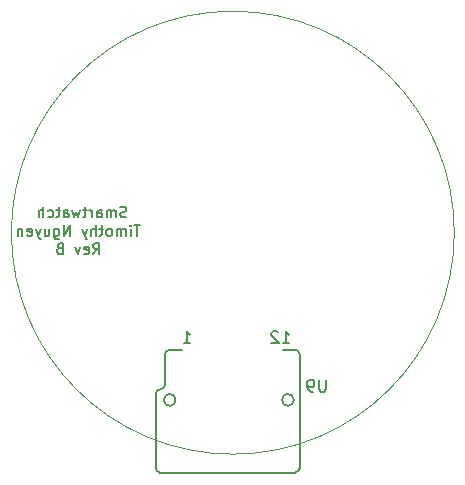
<source format=gbo>
G04 #@! TF.GenerationSoftware,KiCad,Pcbnew,(5.1.10)-1*
G04 #@! TF.CreationDate,2021-07-30T17:06:45-07:00*
G04 #@! TF.ProjectId,esp32-smartwatch,65737033-322d-4736-9d61-727477617463,rev?*
G04 #@! TF.SameCoordinates,PX8f56560PY66b5f20*
G04 #@! TF.FileFunction,Legend,Bot*
G04 #@! TF.FilePolarity,Positive*
%FSLAX46Y46*%
G04 Gerber Fmt 4.6, Leading zero omitted, Abs format (unit mm)*
G04 Created by KiCad (PCBNEW (5.1.10)-1) date 2021-07-30 17:06:45*
%MOMM*%
%LPD*%
G01*
G04 APERTURE LIST*
%ADD10C,0.200000*%
G04 #@! TA.AperFunction,Profile*
%ADD11C,0.050000*%
G04 #@! TD*
%ADD12C,0.150000*%
%ADD13O,1.300000X2.000000*%
%ADD14C,1.550000*%
%ADD15C,0.900000*%
G04 APERTURE END LIST*
D10*
X9771428Y20135715D02*
X9642857Y20092858D01*
X9428571Y20092858D01*
X9342857Y20135715D01*
X9300000Y20178572D01*
X9257142Y20264286D01*
X9257142Y20350000D01*
X9300000Y20435715D01*
X9342857Y20478572D01*
X9428571Y20521429D01*
X9600000Y20564286D01*
X9685714Y20607143D01*
X9728571Y20650000D01*
X9771428Y20735715D01*
X9771428Y20821429D01*
X9728571Y20907143D01*
X9685714Y20950000D01*
X9600000Y20992858D01*
X9385714Y20992858D01*
X9257142Y20950000D01*
X8871428Y20092858D02*
X8871428Y20692858D01*
X8871428Y20607143D02*
X8828571Y20650000D01*
X8742857Y20692858D01*
X8614285Y20692858D01*
X8528571Y20650000D01*
X8485714Y20564286D01*
X8485714Y20092858D01*
X8485714Y20564286D02*
X8442857Y20650000D01*
X8357142Y20692858D01*
X8228571Y20692858D01*
X8142857Y20650000D01*
X8100000Y20564286D01*
X8100000Y20092858D01*
X7285714Y20092858D02*
X7285714Y20564286D01*
X7328571Y20650000D01*
X7414285Y20692858D01*
X7585714Y20692858D01*
X7671428Y20650000D01*
X7285714Y20135715D02*
X7371428Y20092858D01*
X7585714Y20092858D01*
X7671428Y20135715D01*
X7714285Y20221429D01*
X7714285Y20307143D01*
X7671428Y20392858D01*
X7585714Y20435715D01*
X7371428Y20435715D01*
X7285714Y20478572D01*
X6857142Y20092858D02*
X6857142Y20692858D01*
X6857142Y20521429D02*
X6814285Y20607143D01*
X6771428Y20650000D01*
X6685714Y20692858D01*
X6600000Y20692858D01*
X6428571Y20692858D02*
X6085714Y20692858D01*
X6300000Y20992858D02*
X6300000Y20221429D01*
X6257142Y20135715D01*
X6171428Y20092858D01*
X6085714Y20092858D01*
X5871428Y20692858D02*
X5700000Y20092858D01*
X5528571Y20521429D01*
X5357142Y20092858D01*
X5185714Y20692858D01*
X4457142Y20092858D02*
X4457142Y20564286D01*
X4500000Y20650000D01*
X4585714Y20692858D01*
X4757142Y20692858D01*
X4842857Y20650000D01*
X4457142Y20135715D02*
X4542857Y20092858D01*
X4757142Y20092858D01*
X4842857Y20135715D01*
X4885714Y20221429D01*
X4885714Y20307143D01*
X4842857Y20392858D01*
X4757142Y20435715D01*
X4542857Y20435715D01*
X4457142Y20478572D01*
X4157142Y20692858D02*
X3814285Y20692858D01*
X4028571Y20992858D02*
X4028571Y20221429D01*
X3985714Y20135715D01*
X3900000Y20092858D01*
X3814285Y20092858D01*
X3128571Y20135715D02*
X3214285Y20092858D01*
X3385714Y20092858D01*
X3471428Y20135715D01*
X3514285Y20178572D01*
X3557142Y20264286D01*
X3557142Y20521429D01*
X3514285Y20607143D01*
X3471428Y20650000D01*
X3385714Y20692858D01*
X3214285Y20692858D01*
X3128571Y20650000D01*
X2742857Y20092858D02*
X2742857Y20992858D01*
X2357142Y20092858D02*
X2357142Y20564286D01*
X2400000Y20650000D01*
X2485714Y20692858D01*
X2614285Y20692858D01*
X2700000Y20650000D01*
X2742857Y20607143D01*
X10950000Y19442858D02*
X10435714Y19442858D01*
X10692857Y18542858D02*
X10692857Y19442858D01*
X10135714Y18542858D02*
X10135714Y19142858D01*
X10135714Y19442858D02*
X10178571Y19400000D01*
X10135714Y19357143D01*
X10092857Y19400000D01*
X10135714Y19442858D01*
X10135714Y19357143D01*
X9707142Y18542858D02*
X9707142Y19142858D01*
X9707142Y19057143D02*
X9664285Y19100000D01*
X9578571Y19142858D01*
X9450000Y19142858D01*
X9364285Y19100000D01*
X9321428Y19014286D01*
X9321428Y18542858D01*
X9321428Y19014286D02*
X9278571Y19100000D01*
X9192857Y19142858D01*
X9064285Y19142858D01*
X8978571Y19100000D01*
X8935714Y19014286D01*
X8935714Y18542858D01*
X8378571Y18542858D02*
X8464285Y18585715D01*
X8507142Y18628572D01*
X8550000Y18714286D01*
X8550000Y18971429D01*
X8507142Y19057143D01*
X8464285Y19100000D01*
X8378571Y19142858D01*
X8250000Y19142858D01*
X8164285Y19100000D01*
X8121428Y19057143D01*
X8078571Y18971429D01*
X8078571Y18714286D01*
X8121428Y18628572D01*
X8164285Y18585715D01*
X8250000Y18542858D01*
X8378571Y18542858D01*
X7821428Y19142858D02*
X7478571Y19142858D01*
X7692857Y19442858D02*
X7692857Y18671429D01*
X7650000Y18585715D01*
X7564285Y18542858D01*
X7478571Y18542858D01*
X7178571Y18542858D02*
X7178571Y19442858D01*
X6792857Y18542858D02*
X6792857Y19014286D01*
X6835714Y19100000D01*
X6921428Y19142858D01*
X7050000Y19142858D01*
X7135714Y19100000D01*
X7178571Y19057143D01*
X6450000Y19142858D02*
X6235714Y18542858D01*
X6021428Y19142858D02*
X6235714Y18542858D01*
X6321428Y18328572D01*
X6364285Y18285715D01*
X6450000Y18242858D01*
X4992857Y18542858D02*
X4992857Y19442858D01*
X4478571Y18542858D01*
X4478571Y19442858D01*
X3664285Y19142858D02*
X3664285Y18414286D01*
X3707142Y18328572D01*
X3750000Y18285715D01*
X3835714Y18242858D01*
X3964285Y18242858D01*
X4050000Y18285715D01*
X3664285Y18585715D02*
X3750000Y18542858D01*
X3921428Y18542858D01*
X4007142Y18585715D01*
X4050000Y18628572D01*
X4092857Y18714286D01*
X4092857Y18971429D01*
X4050000Y19057143D01*
X4007142Y19100000D01*
X3921428Y19142858D01*
X3750000Y19142858D01*
X3664285Y19100000D01*
X2850000Y19142858D02*
X2850000Y18542858D01*
X3235714Y19142858D02*
X3235714Y18671429D01*
X3192857Y18585715D01*
X3107142Y18542858D01*
X2978571Y18542858D01*
X2892857Y18585715D01*
X2850000Y18628572D01*
X2507142Y19142858D02*
X2292857Y18542858D01*
X2078571Y19142858D02*
X2292857Y18542858D01*
X2378571Y18328572D01*
X2421428Y18285715D01*
X2507142Y18242858D01*
X1392857Y18585715D02*
X1478571Y18542858D01*
X1650000Y18542858D01*
X1735714Y18585715D01*
X1778571Y18671429D01*
X1778571Y19014286D01*
X1735714Y19100000D01*
X1650000Y19142858D01*
X1478571Y19142858D01*
X1392857Y19100000D01*
X1350000Y19014286D01*
X1350000Y18928572D01*
X1778571Y18842858D01*
X964285Y19142858D02*
X964285Y18542858D01*
X964285Y19057143D02*
X921428Y19100000D01*
X835714Y19142858D01*
X707142Y19142858D01*
X621428Y19100000D01*
X578571Y19014286D01*
X578571Y18542858D01*
X6942857Y16992858D02*
X7242857Y17421429D01*
X7457142Y16992858D02*
X7457142Y17892858D01*
X7114285Y17892858D01*
X7028571Y17850000D01*
X6985714Y17807143D01*
X6942857Y17721429D01*
X6942857Y17592858D01*
X6985714Y17507143D01*
X7028571Y17464286D01*
X7114285Y17421429D01*
X7457142Y17421429D01*
X6214285Y17035715D02*
X6300000Y16992858D01*
X6471428Y16992858D01*
X6557142Y17035715D01*
X6600000Y17121429D01*
X6600000Y17464286D01*
X6557142Y17550000D01*
X6471428Y17592858D01*
X6300000Y17592858D01*
X6214285Y17550000D01*
X6171428Y17464286D01*
X6171428Y17378572D01*
X6600000Y17292858D01*
X5871428Y17592858D02*
X5657142Y16992858D01*
X5442857Y17592858D01*
X4114285Y17464286D02*
X3985714Y17421429D01*
X3942857Y17378572D01*
X3900000Y17292858D01*
X3900000Y17164286D01*
X3942857Y17078572D01*
X3985714Y17035715D01*
X4071428Y16992858D01*
X4414285Y16992858D01*
X4414285Y17892858D01*
X4114285Y17892858D01*
X4028571Y17850000D01*
X3985714Y17807143D01*
X3942857Y17721429D01*
X3942857Y17635715D01*
X3985714Y17550000D01*
X4028571Y17507143D01*
X4114285Y17464286D01*
X4414285Y17464286D01*
D11*
X37530000Y18800000D02*
G75*
G03*
X37530000Y18800000I-18750000J0D01*
G01*
D12*
X14437000Y8891500D02*
X13437000Y8891500D01*
X12637000Y-1508500D02*
X24037000Y-1508500D01*
X12237000Y-1108500D02*
X12237000Y5141500D01*
X24037000Y8891500D02*
X23037000Y8891500D01*
X13937000Y4641500D02*
G75*
G03*
X13937000Y4641500I-500000J0D01*
G01*
X23937000Y4641500D02*
G75*
G03*
X23937000Y4641500I-500000J0D01*
G01*
X24437000Y-1108500D02*
X24437000Y8491500D01*
X13037000Y5941500D02*
X13037000Y8541500D01*
X12637000Y-1508500D02*
G75*
G02*
X12237000Y-1108500I0J400000D01*
G01*
X24437000Y-1108500D02*
G75*
G02*
X24037000Y-1508500I-400000J0D01*
G01*
X12237000Y5141500D02*
G75*
G02*
X12637000Y5541500I400000J0D01*
G01*
X13037000Y5941500D02*
G75*
G02*
X12637000Y5541500I-400000J0D01*
G01*
X24037000Y8891500D02*
G75*
G02*
X24437000Y8491500I0J-400000D01*
G01*
X13037000Y8491500D02*
G75*
G02*
X13437000Y8891500I400000J0D01*
G01*
X26661904Y6347620D02*
X26661904Y5538096D01*
X26614285Y5442858D01*
X26566666Y5395239D01*
X26471428Y5347620D01*
X26280952Y5347620D01*
X26185714Y5395239D01*
X26138095Y5442858D01*
X26090476Y5538096D01*
X26090476Y6347620D01*
X25566666Y5347620D02*
X25376190Y5347620D01*
X25280952Y5395239D01*
X25233333Y5442858D01*
X25138095Y5585715D01*
X25090476Y5776191D01*
X25090476Y6157143D01*
X25138095Y6252381D01*
X25185714Y6300000D01*
X25280952Y6347620D01*
X25471428Y6347620D01*
X25566666Y6300000D01*
X25614285Y6252381D01*
X25661904Y6157143D01*
X25661904Y5919048D01*
X25614285Y5823810D01*
X25566666Y5776191D01*
X25471428Y5728572D01*
X25280952Y5728572D01*
X25185714Y5776191D01*
X25138095Y5823810D01*
X25090476Y5919048D01*
X22990476Y9447620D02*
X23561904Y9447620D01*
X23276190Y9447620D02*
X23276190Y10447620D01*
X23371428Y10304762D01*
X23466666Y10209524D01*
X23561904Y10161905D01*
X22609523Y10352381D02*
X22561904Y10400000D01*
X22466666Y10447620D01*
X22228571Y10447620D01*
X22133333Y10400000D01*
X22085714Y10352381D01*
X22038095Y10257143D01*
X22038095Y10161905D01*
X22085714Y10019048D01*
X22657142Y9447620D01*
X22038095Y9447620D01*
X14614285Y9447620D02*
X15185714Y9447620D01*
X14900000Y9447620D02*
X14900000Y10447620D01*
X14995238Y10304762D01*
X15090476Y10209524D01*
X15185714Y10161905D01*
%LPC*%
D13*
X22618000Y2036000D03*
X15618000Y2036000D03*
D14*
X21618000Y4736000D03*
X16618000Y4736000D03*
G36*
G01*
X18162000Y6691500D02*
X18162000Y9191500D01*
G75*
G02*
X18212000Y9241500I50000J0D01*
G01*
X18562000Y9241500D01*
G75*
G02*
X18612000Y9191500I0J-50000D01*
G01*
X18612000Y6691500D01*
G75*
G02*
X18562000Y6641500I-50000J0D01*
G01*
X18212000Y6641500D01*
G75*
G02*
X18162000Y6691500I0J50000D01*
G01*
G37*
G36*
G01*
X17462000Y6691500D02*
X17462000Y9191500D01*
G75*
G02*
X17512000Y9241500I50000J0D01*
G01*
X17862000Y9241500D01*
G75*
G02*
X17912000Y9191500I0J-50000D01*
G01*
X17912000Y6691500D01*
G75*
G02*
X17862000Y6641500I-50000J0D01*
G01*
X17512000Y6641500D01*
G75*
G02*
X17462000Y6691500I0J50000D01*
G01*
G37*
G36*
G01*
X16762000Y6691500D02*
X16762000Y9191500D01*
G75*
G02*
X16812000Y9241500I50000J0D01*
G01*
X17162000Y9241500D01*
G75*
G02*
X17212000Y9191500I0J-50000D01*
G01*
X17212000Y6691500D01*
G75*
G02*
X17162000Y6641500I-50000J0D01*
G01*
X16812000Y6641500D01*
G75*
G02*
X16762000Y6691500I0J50000D01*
G01*
G37*
G36*
G01*
X16062000Y6691500D02*
X16062000Y9191500D01*
G75*
G02*
X16112000Y9241500I50000J0D01*
G01*
X16462000Y9241500D01*
G75*
G02*
X16512000Y9191500I0J-50000D01*
G01*
X16512000Y6691500D01*
G75*
G02*
X16462000Y6641500I-50000J0D01*
G01*
X16112000Y6641500D01*
G75*
G02*
X16062000Y6691500I0J50000D01*
G01*
G37*
G36*
G01*
X15362000Y6691500D02*
X15362000Y9191500D01*
G75*
G02*
X15412000Y9241500I50000J0D01*
G01*
X15762000Y9241500D01*
G75*
G02*
X15812000Y9191500I0J-50000D01*
G01*
X15812000Y6691500D01*
G75*
G02*
X15762000Y6641500I-50000J0D01*
G01*
X15412000Y6641500D01*
G75*
G02*
X15362000Y6691500I0J50000D01*
G01*
G37*
G36*
G01*
X14662000Y6691500D02*
X14662000Y9191500D01*
G75*
G02*
X14712000Y9241500I50000J0D01*
G01*
X15062000Y9241500D01*
G75*
G02*
X15112000Y9191500I0J-50000D01*
G01*
X15112000Y6691500D01*
G75*
G02*
X15062000Y6641500I-50000J0D01*
G01*
X14712000Y6641500D01*
G75*
G02*
X14662000Y6691500I0J50000D01*
G01*
G37*
G36*
G01*
X18862000Y6691500D02*
X18862000Y9191500D01*
G75*
G02*
X18912000Y9241500I50000J0D01*
G01*
X19262000Y9241500D01*
G75*
G02*
X19312000Y9191500I0J-50000D01*
G01*
X19312000Y6691500D01*
G75*
G02*
X19262000Y6641500I-50000J0D01*
G01*
X18912000Y6641500D01*
G75*
G02*
X18862000Y6691500I0J50000D01*
G01*
G37*
G36*
G01*
X19562000Y6691500D02*
X19562000Y9191500D01*
G75*
G02*
X19612000Y9241500I50000J0D01*
G01*
X19962000Y9241500D01*
G75*
G02*
X20012000Y9191500I0J-50000D01*
G01*
X20012000Y6691500D01*
G75*
G02*
X19962000Y6641500I-50000J0D01*
G01*
X19612000Y6641500D01*
G75*
G02*
X19562000Y6691500I0J50000D01*
G01*
G37*
G36*
G01*
X20262000Y6691500D02*
X20262000Y9191500D01*
G75*
G02*
X20312000Y9241500I50000J0D01*
G01*
X20662000Y9241500D01*
G75*
G02*
X20712000Y9191500I0J-50000D01*
G01*
X20712000Y6691500D01*
G75*
G02*
X20662000Y6641500I-50000J0D01*
G01*
X20312000Y6641500D01*
G75*
G02*
X20262000Y6691500I0J50000D01*
G01*
G37*
G36*
G01*
X20962000Y6691500D02*
X20962000Y9191500D01*
G75*
G02*
X21012000Y9241500I50000J0D01*
G01*
X21362000Y9241500D01*
G75*
G02*
X21412000Y9191500I0J-50000D01*
G01*
X21412000Y6691500D01*
G75*
G02*
X21362000Y6641500I-50000J0D01*
G01*
X21012000Y6641500D01*
G75*
G02*
X20962000Y6691500I0J50000D01*
G01*
G37*
G36*
G01*
X21662000Y6691500D02*
X21662000Y9191500D01*
G75*
G02*
X21712000Y9241500I50000J0D01*
G01*
X22062000Y9241500D01*
G75*
G02*
X22112000Y9191500I0J-50000D01*
G01*
X22112000Y6691500D01*
G75*
G02*
X22062000Y6641500I-50000J0D01*
G01*
X21712000Y6641500D01*
G75*
G02*
X21662000Y6691500I0J50000D01*
G01*
G37*
G36*
G01*
X22362000Y6691500D02*
X22362000Y9191500D01*
G75*
G02*
X22412000Y9241500I50000J0D01*
G01*
X22762000Y9241500D01*
G75*
G02*
X22812000Y9191500I0J-50000D01*
G01*
X22812000Y6691500D01*
G75*
G02*
X22762000Y6641500I-50000J0D01*
G01*
X22412000Y6641500D01*
G75*
G02*
X22362000Y6691500I0J50000D01*
G01*
G37*
D15*
X1655500Y14545500D03*
X28008000Y4068000D03*
X2450000Y12450000D03*
X25087000Y2671000D03*
M02*

</source>
